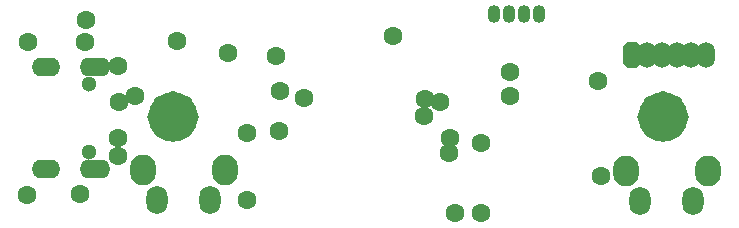
<source format=gbs>
G04 Layer_Color=16711935*
%FSLAX43Y43*%
%MOMM*%
G71*
G01*
G75*
%ADD47C,1.300*%
%ADD48O,2.600X1.600*%
%ADD49O,2.400X1.600*%
%ADD50C,4.200*%
%ADD51O,1.800X2.400*%
%ADD52O,2.200X2.600*%
G04:AMPARAMS|DCode=53|XSize=1.5mm|YSize=2.2mm|CornerRadius=0mm|HoleSize=0mm|Usage=FLASHONLY|Rotation=0.000|XOffset=0mm|YOffset=0mm|HoleType=Round|Shape=Octagon|*
%AMOCTAGOND53*
4,1,8,-0.375,1.100,0.375,1.100,0.750,0.725,0.750,-0.725,0.375,-1.100,-0.375,-1.100,-0.750,-0.725,-0.750,0.725,-0.375,1.100,0.0*
%
%ADD53OCTAGOND53*%

%ADD54O,1.500X2.200*%
%ADD56C,1.200*%
%ADD57C,1.600*%
%ADD58O,1.100X1.500*%
D47*
X31705Y91840D02*
D03*
Y86060D02*
D03*
D48*
X32205Y84650D02*
D03*
Y93250D02*
D03*
D49*
X28025Y84650D02*
D03*
Y93250D02*
D03*
D50*
X38800Y89050D02*
D03*
X80300D02*
D03*
D51*
X41975Y82000D02*
D03*
X37475D02*
D03*
X82876Y81941D02*
D03*
X78376D02*
D03*
D52*
X36225Y84500D02*
D03*
X43225D02*
D03*
X77126Y84441D02*
D03*
X84126D02*
D03*
D53*
X77700Y94300D02*
D03*
D54*
X78950D02*
D03*
X80200D02*
D03*
X81450D02*
D03*
X82700D02*
D03*
X83950D02*
D03*
D56*
X38800Y87450D02*
D03*
Y90650D02*
D03*
X37669Y90181D02*
D03*
X39931Y87919D02*
D03*
X37200Y89050D02*
D03*
X40400D02*
D03*
X37669Y87919D02*
D03*
X39931Y90181D02*
D03*
X80300Y87450D02*
D03*
Y90650D02*
D03*
X79169Y90181D02*
D03*
X81431Y87919D02*
D03*
X78700Y89050D02*
D03*
X81900D02*
D03*
X79169Y87919D02*
D03*
X81431Y90181D02*
D03*
D57*
X34202Y90254D02*
D03*
X31375Y95400D02*
D03*
X34175Y87200D02*
D03*
X30900Y82475D02*
D03*
X26450Y82450D02*
D03*
X34175Y85750D02*
D03*
X34150Y93350D02*
D03*
X26550Y95400D02*
D03*
X31475Y97250D02*
D03*
X35600Y90800D02*
D03*
X43500Y94450D02*
D03*
X39175Y95475D02*
D03*
X47525Y94175D02*
D03*
X47750Y87800D02*
D03*
X60125Y90575D02*
D03*
X49875Y90600D02*
D03*
X67303Y92830D02*
D03*
X67300Y90750D02*
D03*
X62650Y80900D02*
D03*
X64900Y80875D02*
D03*
X75050Y84050D02*
D03*
X74825Y92100D02*
D03*
X57475Y95850D02*
D03*
X45050Y81975D02*
D03*
Y87625D02*
D03*
X60100Y89100D02*
D03*
X64850Y86825D02*
D03*
X62225Y87250D02*
D03*
X62175Y85950D02*
D03*
X47875Y91250D02*
D03*
X61425Y90250D02*
D03*
D58*
X67240Y97725D02*
D03*
X68510D02*
D03*
X69780D02*
D03*
X65970D02*
D03*
M02*

</source>
